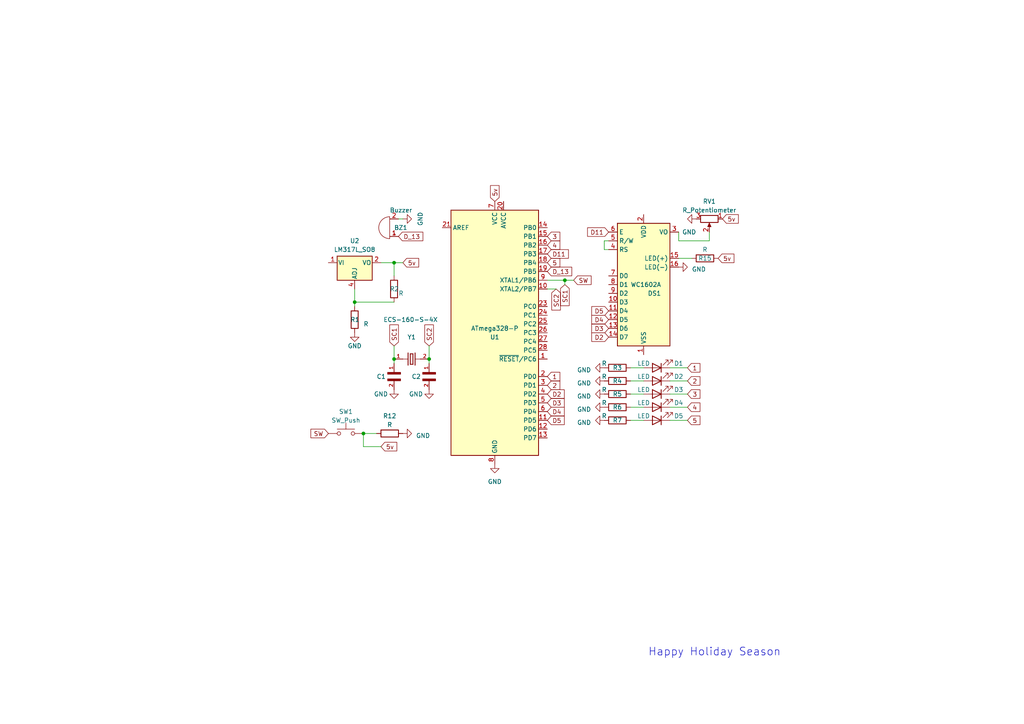
<source format=kicad_sch>
(kicad_sch (version 20230121) (generator eeschema)
  (paper "A4")
  (lib_symbols
    (symbol "DE11XRA220KN4AP01F:DE11XRA220KN4AP01F" (pin_names (offset 1.016))
      (property "Reference" "C" (at 0 3.8109 0))
      (property "Value" "DE11XRA220KN4AP01F" (at 0 -5.0885 0))
      (symbol "DE11XRA220KN4AP01F_0_0"
        (rectangle (start 0 -1.9069) (end 0.635 1.905) (stroke (width 0.1)) (fill (type outline)))
        (rectangle (start 1.9069 -1.9069) (end 2.54 1.905) (stroke (width 0.1)) (fill (type outline)))
        (pin passive line (at -2.54 0 0) (length 2.54) (name "~") (number "1"))
        (pin passive line (at 5.08 0 180) (length 2.54) (name "~") (number "2"))
      )
    )
    (symbol "Device:Buzzer" (pin_names (offset 0.0254) hide)
      (property "Reference" "BZ" (at 3.81 1.27 0))
      (property "Value" "Buzzer" (at 3.81 -1.27 0))
      (symbol "Buzzer_0_1"
        (arc (start 0 -3.175) (mid 3.1612 0) (end 0 3.175))
        (polyline (pts (xy -1.651 1.905) (xy -1.143 1.905)))
        (polyline (pts (xy -1.397 2.159) (xy -1.397 1.651)))
        (polyline (pts (xy 0 3.175) (xy 0 -3.175)))
      )
      (symbol "Buzzer_1_1"
        (pin passive line (at -2.54 2.54 0) (length 2.54) (name "-") (number "1"))
        (pin passive line (at -2.54 -2.54 0) (length 2.54) (name "+") (number "2"))
      )
    )
    (symbol "Device:LED" (pin_numbers hide) (pin_names (offset 1.016) hide)
      (property "Reference" "D" (at 0 2.54 0))
      (property "Value" "LED" (at 0 -2.54 0))
      (symbol "LED_0_1"
        (polyline (pts (xy -1.27 -1.27) (xy -1.27 1.27)) (stroke (width 0.254)))
        (polyline (pts (xy -1.27 0) (xy 1.27 0)))
        (polyline (pts (xy 1.27 -1.27) (xy 1.27 1.27) (xy -1.27 0) (xy 1.27 -1.27)) (stroke (width 0.254)))
        (polyline (pts (xy -3.048 -0.762) (xy -4.572 -2.286) (xy -3.81 -2.286) (xy -4.572 -2.286) (xy -4.572 -1.524)))
        (polyline (pts (xy -1.778 -0.762) (xy -3.302 -2.286) (xy -2.54 -2.286) (xy -3.302 -2.286) (xy -3.302 -1.524)))
      )
      (symbol "LED_1_1"
        (pin passive line (at -3.81 0 0) (length 2.54) (name "K") (number "1"))
        (pin passive line (at 3.81 0 180) (length 2.54) (name "A") (number "2"))
      )
    )
    (symbol "Device:R" (pin_numbers hide) (pin_names (offset 0))
      (property "Reference" "R" (at 2.032 0 90))
      (property "Value" "R" (at 0 0 90))
      (symbol "R_0_1"
        (rectangle (start -1.016 -2.54) (end 1.016 2.54) (stroke (width 0.254)))
      )
      (symbol "R_1_1"
        (pin passive line (at 0 3.81 270) (length 1.27) (name "~") (number "1"))
        (pin passive line (at 0 -3.81 90) (length 1.27) (name "~") (number "2"))
      )
    )
    (symbol "Device:R_Potentiometer" (pin_names (offset 1.016) hide)
      (property "Reference" "RV" (at -4.445 0 90))
      (property "Value" "R_Potentiometer" (at -2.54 0 90))
      (symbol "R_Potentiometer_0_1"
        (polyline (pts (xy 2.54 0) (xy 1.524 0)))
        (polyline (pts (xy 1.143 0) (xy 2.286 0.508) (xy 2.286 -0.508) (xy 1.143 0)) (fill (type outline)))
        (rectangle (start 1.016 2.54) (end -1.016 -2.54) (stroke (width 0.254)))
      )
      (symbol "R_Potentiometer_1_1"
        (pin passive line (at 0 3.81 270) (length 1.27) (name "1") (number "1"))
        (pin passive line (at 3.81 0 180) (length 1.27) (name "2") (number "2"))
        (pin passive line (at 0 -3.81 90) (length 1.27) (name "3") (number "3"))
      )
    )
    (symbol "Display_Character:WC1602A"
      (property "Reference" "DS" (at -5.842 19.05 0))
      (property "Value" "WC1602A" (at 5.334 19.05 0))
      (symbol "WC1602A_1_1"
        (rectangle (start -7.62 17.78) (end 7.62 -17.78) (stroke (width 0.254)) (fill (type background)))
        (pin power_in line (at 0 -20.32 90) (length 2.54) (name "VSS") (number "1"))
        (pin input line (at -10.16 -5.08 0) (length 2.54) (name "D3") (number "10"))
        (pin input line (at -10.16 -7.62 0) (length 2.54) (name "D4") (number "11"))
        (pin input line (at -10.16 -10.16 0) (length 2.54) (name "D5") (number "12"))
        (pin input line (at -10.16 -12.7 0) (length 2.54) (name "D6") (number "13"))
        (pin input line (at -10.16 -15.24 0) (length 2.54) (name "D7") (number "14"))
        (pin power_in line (at 10.16 7.62 180) (length 2.54) (name "LED(+)") (number "15"))
        (pin power_in line (at 10.16 5.08 180) (length 2.54) (name "LED(-)") (number "16"))
        (pin power_in line (at 0 20.32 270) (length 2.54) (name "VDD") (number "2"))
        (pin input line (at 10.16 15.24 180) (length 2.54) (name "VO") (number "3"))
        (pin input line (at -10.16 10.16 0) (length 2.54) (name "RS") (number "4"))
        (pin input line (at -10.16 12.7 0) (length 2.54) (name "R/W") (number "5"))
        (pin input line (at -10.16 15.24 0) (length 2.54) (name "E") (number "6"))
        (pin input line (at -10.16 2.54 0) (length 2.54) (name "D0") (number "7"))
        (pin input line (at -10.16 0 0) (length 2.54) (name "D1") (number "8"))
        (pin input line (at -10.16 -2.54 0) (length 2.54) (name "D2") (number "9"))
      )
    )
    (symbol "ECS-160-S-4X:ECS-160-S-4X" (pin_names (offset 1.016))
      (property "Reference" "Y" (at -4.5769 2.2885 0))
      (property "Value" "ECS-160-S-4X" (at -4.323 -4.5773 0))
      (symbol "ECS-160-S-4X_0_0"
        (polyline (pts (xy -2.54 0) (xy -1.016 0)) (stroke (width 0.1524)))
        (polyline (pts (xy -1.016 1.778) (xy -1.016 -1.778)) (stroke (width 0.254)))
        (polyline (pts (xy -0.381 -1.524) (xy 0.381 -1.524)) (stroke (width 0.254)))
        (polyline (pts (xy -0.381 1.524) (xy -0.381 -1.524)) (stroke (width 0.254)))
        (polyline (pts (xy 0.381 -1.524) (xy 0.381 1.524)) (stroke (width 0.254)))
        (polyline (pts (xy 0.381 1.524) (xy -0.381 1.524)) (stroke (width 0.254)))
        (polyline (pts (xy 1.016 0) (xy 2.54 0)) (stroke (width 0.1524)))
        (polyline (pts (xy 1.016 1.778) (xy 1.016 -1.778)) (stroke (width 0.254)))
        (pin passive line (at -5.08 0 0) (length 2.54) (name "~") (number "1"))
        (pin passive line (at 5.08 0 180) (length 2.54) (name "~") (number "2"))
      )
    )
    (symbol "MCU_Microchip_ATmega:ATmega328-P"
      (property "Reference" "U" (at -12.7 36.83 0))
      (property "Value" "ATmega328-P" (at 2.54 -36.83 0))
      (symbol "ATmega328-P_0_1"
        (rectangle (start -12.7 -35.56) (end 12.7 35.56) (stroke (width 0.254)) (fill (type background)))
      )
      (symbol "ATmega328-P_1_1"
        (pin bidirectional line (at 15.24 -7.62 180) (length 2.54) (name "~{RESET}/PC6") (number "1"))
        (pin bidirectional line (at 15.24 12.7 180) (length 2.54) (name "XTAL2/PB7") (number "10"))
        (pin bidirectional line (at 15.24 -25.4 180) (length 2.54) (name "PD5") (number "11"))
        (pin bidirectional line (at 15.24 -27.94 180) (length 2.54) (name "PD6") (number "12"))
        (pin bidirectional line (at 15.24 -30.48 180) (length 2.54) (name "PD7") (number "13"))
        (pin bidirectional line (at 15.24 30.48 180) (length 2.54) (name "PB0") (number "14"))
        (pin bidirectional line (at 15.24 27.94 180) (length 2.54) (name "PB1") (number "15"))
        (pin bidirectional line (at 15.24 25.4 180) (length 2.54) (name "PB2") (number "16"))
        (pin bidirectional line (at 15.24 22.86 180) (length 2.54) (name "PB3") (number "17"))
        (pin bidirectional line (at 15.24 20.32 180) (length 2.54) (name "PB4") (number "18"))
        (pin bidirectional line (at 15.24 17.78 180) (length 2.54) (name "PB5") (number "19"))
        (pin bidirectional line (at 15.24 -12.7 180) (length 2.54) (name "PD0") (number "2"))
        (pin power_in line (at 2.54 38.1 270) (length 2.54) (name "AVCC") (number "20"))
        (pin passive line (at -15.24 30.48 0) (length 2.54) (name "AREF") (number "21"))
        (pin passive line (at 0 -38.1 90) (length 2.54) hide (name "GND") (number "22"))
        (pin bidirectional line (at 15.24 7.62 180) (length 2.54) (name "PC0") (number "23"))
        (pin bidirectional line (at 15.24 5.08 180) (length 2.54) (name "PC1") (number "24"))
        (pin bidirectional line (at 15.24 2.54 180) (length 2.54) (name "PC2") (number "25"))
        (pin bidirectional line (at 15.24 0 180) (length 2.54) (name "PC3") (number "26"))
        (pin bidirectional line (at 15.24 -2.54 180) (length 2.54) (name "PC4") (number "27"))
        (pin bidirectional line (at 15.24 -5.08 180) (length 2.54) (name "PC5") (number "28"))
        (pin bidirectional line (at 15.24 -15.24 180) (length 2.54) (name "PD1") (number "3"))
        (pin bidirectional line (at 15.24 -17.78 180) (length 2.54) (name "PD2") (number "4"))
        (pin bidirectional line (at 15.24 -20.32 180) (length 2.54) (name "PD3") (number "5"))
        (pin bidirectional line (at 15.24 -22.86 180) (length 2.54) (name "PD4") (number "6"))
        (pin power_in line (at 0 38.1 270) (length 2.54) (name "VCC") (number "7"))
        (pin power_in line (at 0 -38.1 90) (length 2.54) (name "GND") (number "8"))
        (pin bidirectional line (at 15.24 15.24 180) (length 2.54) (name "XTAL1/PB6") (number "9"))
      )
    )
    (symbol "Regulator_Linear:LM317L_SO8" (pin_names (offset 0.254))
      (property "Reference" "U" (at -3.81 3.175 0))
      (property "Value" "LM317L_SO8" (at 0 3.175 0))
      (symbol "LM317L_SO8_0_1"
        (rectangle (start -5.08 1.905) (end 5.08 -5.08) (stroke (width 0.254)) (fill (type background)))
      )
      (symbol "LM317L_SO8_1_1"
        (pin power_in line (at -7.62 0 0) (length 2.54) (name "VI") (number "1"))
        (pin power_out line (at 7.62 0 180) (length 2.54) (name "VO") (number "2"))
        (pin passive line (at 7.62 0 180) (length 2.54) hide (name "VO") (number "3"))
        (pin input line (at 0 -7.62 90) (length 2.54) (name "ADJ") (number "4"))
        (pin no_connect line (at -5.08 -2.54 0) (length 2.54) hide (name "NC") (number "5"))
        (pin passive line (at 7.62 0 180) (length 2.54) hide (name "VO") (number "6"))
        (pin passive line (at 7.62 0 180) (length 2.54) hide (name "VO") (number "7"))
        (pin no_connect line (at 5.08 -2.54 180) (length 2.54) hide (name "NC") (number "8"))
      )
    )
    (symbol "Switch:SW_Push" (pin_numbers hide) (pin_names (offset 1.016) hide)
      (property "Reference" "SW" (at 1.27 2.54 0))
      (property "Value" "SW_Push" (at 0 -1.524 0))
      (symbol "SW_Push_0_1"
        (circle (center -2.032 0) (radius 0.508))
        (polyline (pts (xy 0 1.27) (xy 0 3.048)))
        (polyline (pts (xy 2.54 1.27) (xy -2.54 1.27)))
        (circle (center 2.032 0) (radius 0.508))
        (pin passive line (at -5.08 0 0) (length 2.54) (name "1") (number "1"))
        (pin passive line (at 5.08 0 180) (length 2.54) (name "2") (number "2"))
      )
    )
    (symbol "power:GND" (power) (pin_names (offset 0))
      (property "Value" "GND" (at 0 -3.81 0))
      (symbol "GND_0_1"
        (polyline (pts (xy 0 0) (xy 0 -1.27) (xy 1.27 -1.27) (xy 0 -2.54) (xy -1.27 -1.27) (xy 0 -1.27)))
      )
      (symbol "GND_1_1"
        (pin power_in line (at 0 0 270) (length 0) hide (name "GND") (number "1"))
      )
    )
  )
  (junction (at 114.3 104.14))
  (junction (at 114.3 76.2))
  (junction (at 163.83 81.28))
  (junction (at 105.41 125.73))
  (junction (at 124.46 104.14))
  (junction (at 102.87 87.63))
  (wire (pts (xy 182.88 106.68) (xy 186.69 106.68)))
  (wire (pts (xy 182.88 121.92) (xy 186.69 121.92)))
  (wire (pts (xy 158.75 83.82) (xy 161.29 83.82)))
  (wire (pts (xy 166.37 81.28) (xy 163.83 81.28)))
  (wire (pts (xy 114.3 105.41) (xy 114.3 104.14)))
  (wire (pts (xy 110.49 76.2) (xy 114.3 76.2)))
  (wire (pts (xy 194.31 118.11) (xy 199.39 118.11)))
  (wire (pts (xy 194.31 121.92) (xy 199.39 121.92)))
  (wire (pts (xy 196.85 69.85) (xy 196.85 67.31)))
  (wire (pts (xy 114.3 100.33) (xy 114.3 104.14)))
  (wire (pts (xy 196.85 69.85) (xy 205.74 69.85)))
  (wire (pts (xy 182.88 118.11) (xy 186.69 118.11)))
  (wire (pts (xy 194.31 114.3) (xy 199.39 114.3)))
  (wire (pts (xy 176.53 69.85) (xy 175.26 69.85)))
  (wire (pts (xy 124.46 105.41) (xy 124.46 104.14)))
  (wire (pts (xy 102.87 83.82) (xy 102.87 87.63)))
  (wire (pts (xy 163.83 81.28) (xy 163.83 82.55)))
  (wire (pts (xy 182.88 110.49) (xy 186.69 110.49)))
  (wire (pts (xy 114.3 76.2) (xy 114.3 80.01)))
  (wire (pts (xy 114.3 76.2) (xy 116.84 76.2)))
  (wire (pts (xy 102.87 87.63) (xy 114.3 87.63)))
  (wire (pts (xy 175.26 69.85) (xy 175.26 72.39)))
  (wire (pts (xy 194.31 110.49) (xy 199.39 110.49)))
  (wire (pts (xy 105.41 125.73) (xy 109.22 125.73)))
  (wire (pts (xy 163.83 81.28) (xy 158.75 81.28)))
  (wire (pts (xy 105.41 125.73) (xy 105.41 129.54)))
  (wire (pts (xy 175.26 72.39) (xy 176.53 72.39)))
  (wire (pts (xy 194.31 106.68) (xy 199.39 106.68)))
  (wire (pts (xy 116.84 63.5) (xy 115.57 63.5)))
  (wire (pts (xy 205.74 69.85) (xy 205.74 67.31)))
  (wire (pts (xy 105.41 129.54) (xy 110.49 129.54)))
  (wire (pts (xy 182.88 114.3) (xy 186.69 114.3)))
  (wire (pts (xy 124.46 100.33) (xy 124.46 104.14)))
  (wire (pts (xy 200.66 74.93) (xy 196.85 74.93)))
  (wire (pts (xy 102.87 87.63) (xy 102.87 88.9)))
  (text "Happy Holiday Season" (at 187.96 190.5 0) (effects (font (size 2.27 2.27)) (justify left bottom)))
  (global_label "5v" (shape input) (at 116.84 76.2 0) (property "Intersheetrefs" "${INTERSHEET_REFS}" (effects hide)))
  (global_label "D2" (shape input) (at 176.53 97.79 180) (property "Intersheetrefs" "${INTERSHEET_REFS}" (effects hide)))
  (global_label "SW" (shape input) (at 95.25 125.73 180) (property "Intersheetrefs" "${INTERSHEET_REFS}" (effects hide)))
  (global_label "SW" (shape input) (at 166.37 81.28 0) (property "Intersheetrefs" "${INTERSHEET_REFS}" (effects hide)))
  (global_label "3" (shape input) (at 158.75 68.58 0) (property "Intersheetrefs" "${INTERSHEET_REFS}" (effects hide)))
  (global_label "D4" (shape input) (at 158.75 119.38 0) (property "Intersheetrefs" "${INTERSHEET_REFS}" (effects hide)))
  (global_label "D11" (shape input) (at 158.75 73.66 0) (property "Intersheetrefs" "${INTERSHEET_REFS}" (effects hide)))
  (global_label "D5" (shape input) (at 176.53 90.17 180) (property "Intersheetrefs" "${INTERSHEET_REFS}" (effects hide)))
  (global_label "D11" (shape input) (at 176.53 67.31 180) (property "Intersheetrefs" "${INTERSHEET_REFS}" (effects hide)))
  (global_label "3" (shape input) (at 199.39 114.3 0) (property "Intersheetrefs" "${INTERSHEET_REFS}" (effects hide)))
  (global_label "2" (shape input) (at 158.75 111.76 0) (property "Intersheetrefs" "${INTERSHEET_REFS}" (effects hide)))
  (global_label "D3" (shape input) (at 176.53 95.25 180) (property "Intersheetrefs" "${INTERSHEET_REFS}" (effects hide)))
  (global_label "5" (shape input) (at 199.39 121.92 0) (property "Intersheetrefs" "${INTERSHEET_REFS}" (effects hide)))
  (global_label "D_13" (shape input) (at 158.75 78.74 0) (property "Intersheetrefs" "${INTERSHEET_REFS}" (effects hide)))
  (global_label "2" (shape input) (at 199.39 110.49 0) (property "Intersheetrefs" "${INTERSHEET_REFS}" (effects hide)))
  (global_label "5v" (shape input) (at 209.55 63.5 0) (property "Intersheetrefs" "${INTERSHEET_REFS}" (effects hide)))
  (global_label "SC1" (shape input) (at 114.3 100.33 90) (property "Intersheetrefs" "${INTERSHEET_REFS}" (effects hide)))
  (global_label "D2" (shape input) (at 158.75 114.3 0) (property "Intersheetrefs" "${INTERSHEET_REFS}" (effects hide)))
  (global_label "5v" (shape input) (at 208.28 74.93 0) (property "Intersheetrefs" "${INTERSHEET_REFS}" (effects hide)))
  (global_label "1" (shape input) (at 158.75 109.22 0) (property "Intersheetrefs" "${INTERSHEET_REFS}" (effects hide)))
  (global_label "D3" (shape input) (at 158.75 116.84 0) (property "Intersheetrefs" "${INTERSHEET_REFS}" (effects hide)))
  (global_label "D5" (shape input) (at 158.75 121.92 0) (property "Intersheetrefs" "${INTERSHEET_REFS}" (effects hide)))
  (global_label "1" (shape input) (at 199.39 106.68 0) (property "Intersheetrefs" "${INTERSHEET_REFS}" (effects hide)))
  (global_label "5v" (shape input) (at 110.49 129.54 0) (property "Intersheetrefs" "${INTERSHEET_REFS}" (effects hide)))
  (global_label "5v" (shape input) (at 143.51 58.42 90) (property "Intersheetrefs" "${INTERSHEET_REFS}" (effects hide)))
  (global_label "D4" (shape input) (at 176.53 92.71 180) (property "Intersheetrefs" "${INTERSHEET_REFS}" (effects hide)))
  (global_label "SC1" (shape input) (at 163.83 82.55 270) (property "Intersheetrefs" "${INTERSHEET_REFS}" (effects hide)))
  (global_label "5" (shape input) (at 158.75 76.2 0) (property "Intersheetrefs" "${INTERSHEET_REFS}" (effects hide)))
  (global_label "SC2" (shape input) (at 161.29 83.82 270) (property "Intersheetrefs" "${INTERSHEET_REFS}" (effects hide)))
  (global_label "4" (shape input) (at 199.39 118.11 0) (property "Intersheetrefs" "${INTERSHEET_REFS}" (effects hide)))
  (global_label "4" (shape input) (at 158.75 71.12 0) (property "Intersheetrefs" "${INTERSHEET_REFS}" (effects hide)))
  (global_label "D_13" (shape input) (at 115.57 68.58 0) (property "Intersheetrefs" "${INTERSHEET_REFS}" (effects hide)))
  (global_label "SC2" (shape input) (at 124.46 100.33 90) (property "Intersheetrefs" "${INTERSHEET_REFS}" (effects hide)))
  (symbol (lib_id "power:GND") (at 196.85 77.47 90) (unit 1)
    (property "Reference" "#PWR04" (effects hide))
    (property "Value" "GND" (at 200.66 78.105 90) (effects (justify right)))
  )
  (symbol (lib_id "power:GND") (at 114.3 113.03 0) (unit 1)
    (property "Reference" "#PWR012" (effects hide))
    (property "Value" "GND" (at 110.49 114.3 0))
  )
  (symbol (lib_id "Device:LED") (at 190.5 106.68 180) (unit 1)
    (property "Reference" "D1" (at 196.85 105.41 0))
    (property "Value" "LED" (at 186.69 105.41 0))
    (property "Footprint" "LED_THT:LED_D5.0mm_Clear" (effects hide))
  )
  (symbol (lib_id "power:GND") (at 201.93 63.5 270) (unit 1)
    (property "Reference" "#PWR05" (effects hide))
    (property "Value" "GND" (at 201.93 67.31 90) (effects (justify right)))
  )
  (symbol (lib_id "MCU_Microchip_ATmega:ATmega328-P") (at 143.51 96.52 0) (unit 1)
    (property "Reference" "U1" (at 143.51 97.79 0))
    (property "Value" "ATmega328-P" (at 143.51 95.25 0))
    (property "Footprint" "Package_DIP:DIP-28_W7.62mm" (effects hide))
    (property "Datasheet" "http://ww1.microchip.com/downloads/en/DeviceDoc/ATmega328_P%20AVR%20MCU%20with%20picoPower%20Technology%20Data%20Sheet%2040001984A.pdf" (effects hide))
  )
  (symbol (lib_id "Device:LED") (at 190.5 110.49 180) (unit 1)
    (property "Reference" "D2" (at 196.85 109.22 0))
    (property "Value" "LED" (at 186.69 109.22 0))
    (property "Footprint" "LED_THT:LED_D5.0mm_Clear" (effects hide))
  )
  (symbol (lib_id "Display_Character:WC1602A") (at 186.69 82.55 0) (unit 1)
    (property "Reference" "DS1" (at 191.77 85.09 0) (effects (justify right)))
    (property "Value" "WC1602A" (at 191.77 82.55 0) (effects (justify right)))
    (property "Footprint" "Display:WC1602A" (effects hide))
    (property "Datasheet" "http://www.wincomlcd.com/pdf/WC1602A-SFYLYHTC06.pdf" (effects hide))
  )
  (symbol (lib_id "Device:R") (at 179.07 114.3 90) (unit 1)
    (property "Reference" "R5" (at 179.07 114.3 90))
    (property "Value" "R" (at 175.26 113.03 90))
    (property "Footprint" "Resistor_THT:R_Axial_DIN0309_L9.0mm_D3.2mm_P15.24mm_Horizontal" (effects hide))
  )
  (symbol (lib_id "power:GND") (at 175.26 118.11 270) (unit 1)
    (property "Reference" "#PWR09" (effects hide))
    (property "Value" "GND" (at 171.45 118.745 90) (effects (justify right)))
  )
  (symbol (lib_id "power:GND") (at 116.84 63.5 90) (unit 1)
    (property "Reference" "#PWR02" (effects hide))
    (property "Value" "GND" (at 121.92 63.5 0))
  )
  (symbol (lib_id "Switch:SW_Push") (at 100.33 125.73 0) (unit 1)
    (property "Reference" "SW1" (at 100.33 119.38 0))
    (property "Value" "SW_Push" (at 100.33 121.92 0))
    (property "Footprint" "Button_Switch_THT:SW_PUSH_6mm" (effects hide))
  )
  (symbol (lib_id "Regulator_Linear:LM317L_SO8") (at 102.87 76.2 0) (unit 1)
    (property "Reference" "U2" (at 102.87 69.85 0))
    (property "Value" "LM317L_SO8" (at 102.87 72.39 0))
    (property "Footprint" "Package_SO:SOIC-8_3.9x4.9mm_P1.27mm" (effects hide))
    (property "Datasheet" "http://www.ti.com/lit/ds/snvs775k/snvs775k.pdf" (effects hide))
  )
  (symbol (lib_id "Device:Buzzer") (at 113.03 66.04 180) (unit 1)
    (property "Reference" "BZ1" (at 114.3 66.04 0) (effects (justify right)))
    (property "Value" "Buzzer" (at 113.03 60.96 0) (effects (justify right)))
    (property "Footprint" "16mhz:XTAL_ECS-160-S-4X" (effects hide))
  )
  (symbol (lib_id "power:GND") (at 124.46 113.03 0) (unit 1)
    (property "Reference" "#PWR013" (effects hide))
    (property "Value" "GND" (at 120.65 114.3 0))
  )
  (symbol (lib_id "ECS-160-S-4X:ECS-160-S-4X") (at 119.38 104.14 0) (unit 1)
    (property "Reference" "Y1" (at 120.65 97.79 0) (effects (justify right)))
    (property "Value" "ECS-160-S-4X" (at 127 92.71 0) (effects (justify right)))
    (property "Footprint" "16mhz:XTAL_ECS-160-S-4X" (effects hide))
    (property "MF" "ECS Inc." (effects hide))
    (property "Description" "\n16 MHz ±30ppm Crystal Series 40 Ohms HC-49/US\n" (effects hide))
    (property "Package" "HC-49US ECS Inc." (effects hide))
    (property "Price" "None" (effects hide))
    (property "Check_prices" "https://www.snapeda.com/parts/ECS-160-S-4X/ECS+Inc./view-part/?ref=eda" (effects hide))
    (property "SnapEDA_Link" "https://www.snapeda.com/parts/ECS-160-S-4X/ECS+Inc./view-part/?ref=snap" (effects hide))
    (property "MP" "ECS-160-S-4X" (effects hide))
    (property "Purchase-URL" "https://www.snapeda.com/api/url_track_click_mouser/?unipart_id=2460755&manufacturer=ECS Inc.&part_name=ECS-160-S-4X&search_term=16mhz" (effects hide))
    (property "Availability" "In Stock" (effects hide))
    (property "MANUFACTURER" "ECS Inc." (effects hide))
  )
  (symbol (lib_id "Device:R") (at 114.3 83.82 0) (unit 1)
    (property "Reference" "R2" (at 113.03 83.82 0) (effects (justify left)))
    (property "Value" "R" (at 115.57 85.09 0) (effects (justify left)))
    (property "Footprint" "Resistor_THT:R_Axial_DIN0309_L9.0mm_D3.2mm_P15.24mm_Horizontal" (effects hide))
  )
  (symbol (lib_id "Device:LED") (at 190.5 121.92 180) (unit 1)
    (property "Reference" "D5" (at 196.85 120.65 0))
    (property "Value" "LED" (at 186.69 120.65 0))
    (property "Footprint" "LED_THT:LED_D5.0mm_Clear" (effects hide))
  )
  (symbol (lib_id "power:GND") (at 143.51 134.62 0) (unit 1)
    (property "Reference" "#PWR03" (effects hide))
    (property "Value" "GND" (at 143.51 139.7 0))
  )
  (symbol (lib_id "Device:R") (at 179.07 106.68 90) (unit 1)
    (property "Reference" "R3" (at 179.07 106.68 90))
    (property "Value" "R" (at 175.26 105.41 90))
    (property "Footprint" "Resistor_THT:R_Axial_DIN0309_L9.0mm_D3.2mm_P15.24mm_Horizontal" (effects hide))
  )
  (symbol (lib_id "Device:R_Potentiometer") (at 205.74 63.5 270) (unit 1)
    (property "Reference" "RV1" (at 205.74 58.42 90))
    (property "Value" "R_Potentiometer" (at 205.74 60.96 90))
    (property "Footprint" "Potentiometer_THT:Potentiometer_ACP_CA9-V10_Vertical" (effects hide))
  )
  (symbol (lib_id "Device:R") (at 204.47 74.93 90) (unit 1)
    (property "Reference" "R15" (at 204.47 74.93 90))
    (property "Value" "R" (at 204.47 72.39 90))
    (property "Footprint" "Resistor_THT:R_Axial_DIN0309_L9.0mm_D3.2mm_P15.24mm_Horizontal" (effects hide))
  )
  (symbol (lib_id "Device:R") (at 179.07 110.49 90) (unit 1)
    (property "Reference" "R4" (at 179.07 110.49 90))
    (property "Value" "R" (at 175.26 109.22 90))
    (property "Footprint" "Resistor_THT:R_Axial_DIN0309_L9.0mm_D3.2mm_P15.24mm_Horizontal" (effects hide))
  )
  (symbol (lib_id "power:GND") (at 175.26 121.92 270) (unit 1)
    (property "Reference" "#PWR010" (effects hide))
    (property "Value" "GND" (at 171.45 122.555 90) (effects (justify right)))
  )
  (symbol (lib_id "power:GND") (at 116.84 125.73 90) (unit 1)
    (property "Reference" "#PWR011" (effects hide))
    (property "Value" "GND" (at 120.65 126.365 90) (effects (justify right)))
  )
  (symbol (lib_id "DE11XRA220KN4AP01F:DE11XRA220KN4AP01F") (at 114.3 107.95 270) (unit 1)
    (property "Reference" "C1" (at 109.22 109.22 90) (effects (justify left)))
    (property "Value" "DE11XRA220KN4AP01F" (effects hide))
    (property "Footprint" "22pf:CAP_DE11XRA220KN4AP01F" (effects hide))
    (property "MF" "Murata Electronics" (effects hide))
    (property "MAXIMUM_PACKAGE_HEIGHT" "11.0 mm" (effects hide))
    (property "Package" "NONSTANDARD" (effects hide))
    (property "Price" "None" (effects hide))
    (property "Check_prices" "https://www.snapeda.com/parts/DE11XRA220KN4AP01F/Murata+Electronics+North+America/view-part/?ref=eda" (effects hide))
    (property "STANDARD" "IPC 7351B" (effects hide))
    (property "PARTREV" "Jun. 2019" (effects hide))
    (property "SnapEDA_Link" "https://www.snapeda.com/parts/DE11XRA220KN4AP01F/Murata+Electronics+North+America/view-part/?ref=snap" (effects hide))
    (property "MP" "DE11XRA220KN4AP01F" (effects hide))
    (property "Purchase-URL" "https://www.snapeda.com/api/url_track_click_mouser/?unipart_id=1675275&manufacturer=Murata Electronics&part_name=DE11XRA220KN4AP01F&search_term=22pf capacitor" (effects hide))
    (property "Description" "\n22 pF ±10% 300VAC Ceramic Capacitor SL Radial, Disc\n" (effects hide))
    (property "Availability" "In Stock" (effects hide))
    (property "MANUFACTURER" "Murata" (effects hide))
  )
  (symbol (lib_id "power:GND") (at 102.87 96.52 0) (unit 1)
    (property "Reference" "#PWR01" (effects hide))
    (property "Value" "GND" (at 102.87 100.33 0))
  )
  (symbol (lib_id "Device:R") (at 102.87 92.71 0) (unit 1)
    (property "Reference" "R1" (at 101.6 92.71 0) (effects (justify left)))
    (property "Value" "R" (at 105.41 93.98 0) (effects (justify left)))
    (property "Footprint" "Resistor_THT:R_Axial_DIN0309_L9.0mm_D3.2mm_P15.24mm_Horizontal" (effects hide))
  )
  (symbol (lib_id "Device:R") (at 113.03 125.73 270) (unit 1)
    (property "Reference" "R12" (at 113.03 120.65 90))
    (property "Value" "R" (at 113.03 123.19 90))
    (property "Footprint" "Resistor_THT:R_Axial_DIN0309_L9.0mm_D3.2mm_P15.24mm_Horizontal" (effects hide))
  )
  (symbol (lib_id "Device:R") (at 179.07 121.92 90) (unit 1)
    (property "Reference" "R7" (at 179.07 121.92 90))
    (property "Value" "R" (at 175.26 120.65 90))
    (property "Footprint" "Resistor_THT:R_Axial_DIN0309_L9.0mm_D3.2mm_P15.24mm_Horizontal" (effects hide))
  )
  (symbol (lib_id "Device:LED") (at 190.5 114.3 180) (unit 1)
    (property "Reference" "D3" (at 196.85 113.03 0))
    (property "Value" "LED" (at 186.69 113.03 0))
    (property "Footprint" "LED_THT:LED_D5.0mm_Clear" (effects hide))
  )
  (symbol (lib_id "Device:LED") (at 190.5 118.11 180) (unit 1)
    (property "Reference" "D4" (at 196.85 116.84 0))
    (property "Value" "LED" (at 186.69 116.84 0))
    (property "Footprint" "LED_THT:LED_D5.0mm_Clear" (effects hide))
  )
  (symbol (lib_id "Device:R") (at 179.07 118.11 90) (unit 1)
    (property "Reference" "R6" (at 179.07 118.11 90))
    (property "Value" "R" (at 175.26 116.84 90))
    (property "Footprint" "Resistor_THT:R_Axial_DIN0309_L9.0mm_D3.2mm_P15.24mm_Horizontal" (effects hide))
  )
  (symbol (lib_id "DE11XRA220KN4AP01F:DE11XRA220KN4AP01F") (at 124.46 107.95 270) (unit 1)
    (property "Reference" "C2" (at 119.38 109.22 90) (effects (justify left)))
    (property "Value" "DE11XRA220KN4AP01F" (effects hide))
    (property "Footprint" "22pf:CAP_DE11XRA220KN4AP01F" (effects hide))
    (property "MF" "Murata Electronics" (effects hide))
    (property "MAXIMUM_PACKAGE_HEIGHT" "11.0 mm" (effects hide))
    (property "Package" "NONSTANDARD" (effects hide))
    (property "Price" "None" (effects hide))
    (property "Check_prices" "https://www.snapeda.com/parts/DE11XRA220KN4AP01F/Murata+Electronics+North+America/view-part/?ref=eda" (effects hide))
    (property "STANDARD" "IPC 7351B" (effects hide))
    (property "PARTREV" "Jun. 2019" (effects hide))
    (property "SnapEDA_Link" "https://www.snapeda.com/parts/DE11XRA220KN4AP01F/Murata+Electronics+North+America/view-part/?ref=snap" (effects hide))
    (property "MP" "DE11XRA220KN4AP01F" (effects hide))
    (property "Purchase-URL" "https://www.snapeda.com/api/url_track_click_mouser/?unipart_id=1675275&manufacturer=Murata Electronics&part_name=DE11XRA220KN4AP01F&search_term=22pf capacitor" (effects hide))
    (property "Description" "\n22 pF ±10% 300VAC Ceramic Capacitor SL Radial, Disc\n" (effects hide))
    (property "Availability" "In Stock" (effects hide))
    (property "MANUFACTURER" "Murata" (effects hide))
  )
  (symbol (lib_id "power:GND") (at 175.26 106.68 270) (unit 1)
    (property "Reference" "#PWR06" (effects hide))
    (property "Value" "GND" (at 171.45 107.315 90) (effects (justify right)))
  )
  (symbol (lib_id "power:GND") (at 175.26 110.49 270) (unit 1)
    (property "Reference" "#PWR07" (effects hide))
    (property "Value" "GND" (at 171.45 111.125 90) (effects (justify right)))
  )
  (symbol (lib_id "power:GND") (at 175.26 114.3 270) (unit 1)
    (property "Reference" "#PWR08" (effects hide))
    (property "Value" "GND" (at 171.45 114.935 90) (effects (justify right)))
  )
)
</source>
